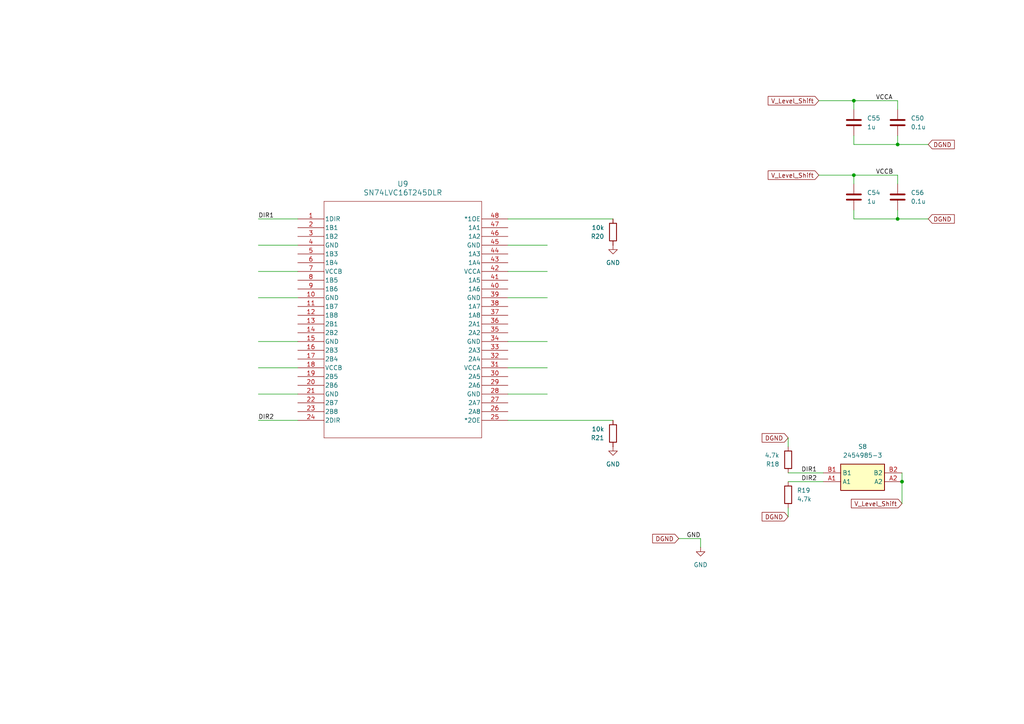
<source format=kicad_sch>
(kicad_sch (version 20231120) (generator "eeschema") (generator_version "8.0")
  (paper "A4")
  (lib_symbols
    (symbol "2_DIP:2454985-3"
      (property "Reference" "S" (at 19.05 7.62 0))
      (property "Value" "2454985-3" (at 19.05 5.08 0))
      (symbol "2454985-3_1_1"
        (rectangle (start 5.08 2.54) (end 17.78 -5.08) (stroke (width 0.254)) (fill (type background)))
        (pin passive line (at 0 -2.54 0) (length 5.08) (name "A1") (number "A1"))
        (pin passive line (at 22.86 -2.54 180) (length 5.08) (name "A2") (number "A2"))
        (pin passive line (at 0 0 0) (length 5.08) (name "B1") (number "B1"))
        (pin passive line (at 22.86 0 180) (length 5.08) (name "B2") (number "B2"))
      )
    )
    (symbol "AVLSI:SN74LVC16T245DLR" (pin_names (offset 0.254))
      (property "Reference" "U" (at 30.48 10.16 0))
      (property "Value" "SN74LVC16T245DLR" (at 30.48 7.62 0))
      (symbol "SN74LVC16T245DLR_0_1"
        (polyline (pts (xy 7.62 -63.5) (xy 53.34 -63.5)) (stroke (width 0.127)))
        (polyline (pts (xy 7.62 5.08) (xy 7.62 -63.5)) (stroke (width 0.127)))
        (polyline (pts (xy 53.34 -63.5) (xy 53.34 5.08)) (stroke (width 0.127)))
        (polyline (pts (xy 53.34 5.08) (xy 7.62 5.08)) (stroke (width 0.127)))
        (pin input line (at 0 0 0) (length 7.62) (name "1DIR") (number "1"))
        (pin power_in line (at 0 -22.86 0) (length 7.62) (name "GND") (number "10"))
        (pin bidirectional line (at 0 -25.4 0) (length 7.62) (name "1B7") (number "11"))
        (pin bidirectional line (at 0 -27.94 0) (length 7.62) (name "1B8") (number "12"))
        (pin bidirectional line (at 0 -30.48 0) (length 7.62) (name "2B1") (number "13"))
        (pin bidirectional line (at 0 -33.02 0) (length 7.62) (name "2B2") (number "14"))
        (pin power_in line (at 0 -35.56 0) (length 7.62) (name "GND") (number "15"))
        (pin bidirectional line (at 0 -38.1 0) (length 7.62) (name "2B3") (number "16"))
        (pin bidirectional line (at 0 -40.64 0) (length 7.62) (name "2B4") (number "17"))
        (pin power_in line (at 0 -43.18 0) (length 7.62) (name "VCCB") (number "18"))
        (pin bidirectional line (at 0 -45.72 0) (length 7.62) (name "2B5") (number "19"))
        (pin bidirectional line (at 0 -2.54 0) (length 7.62) (name "1B1") (number "2"))
        (pin bidirectional line (at 0 -48.26 0) (length 7.62) (name "2B6") (number "20"))
        (pin power_in line (at 0 -50.8 0) (length 7.62) (name "GND") (number "21"))
        (pin bidirectional line (at 0 -53.34 0) (length 7.62) (name "2B7") (number "22"))
        (pin bidirectional line (at 0 -55.88 0) (length 7.62) (name "2B8") (number "23"))
        (pin input line (at 0 -58.42 0) (length 7.62) (name "2DIR") (number "24"))
        (pin input line (at 60.96 -58.42 180) (length 7.62) (name "*2OE") (number "25"))
        (pin bidirectional line (at 60.96 -55.88 180) (length 7.62) (name "2A8") (number "26"))
        (pin bidirectional line (at 60.96 -53.34 180) (length 7.62) (name "2A7") (number "27"))
        (pin power_in line (at 60.96 -50.8 180) (length 7.62) (name "GND") (number "28"))
        (pin bidirectional line (at 60.96 -48.26 180) (length 7.62) (name "2A6") (number "29"))
        (pin bidirectional line (at 0 -5.08 0) (length 7.62) (name "1B2") (number "3"))
        (pin bidirectional line (at 60.96 -45.72 180) (length 7.62) (name "2A5") (number "30"))
        (pin power_in line (at 60.96 -43.18 180) (length 7.62) (name "VCCA") (number "31"))
        (pin bidirectional line (at 60.96 -40.64 180) (length 7.62) (name "2A4") (number "32"))
        (pin bidirectional line (at 60.96 -38.1 180) (length 7.62) (name "2A3") (number "33"))
        (pin power_in line (at 60.96 -35.56 180) (length 7.62) (name "GND") (number "34"))
        (pin bidirectional line (at 60.96 -33.02 180) (length 7.62) (name "2A2") (number "35"))
        (pin bidirectional line (at 60.96 -30.48 180) (length 7.62) (name "2A1") (number "36"))
        (pin bidirectional line (at 60.96 -27.94 180) (length 7.62) (name "1A8") (number "37"))
        (pin bidirectional line (at 60.96 -25.4 180) (length 7.62) (name "1A7") (number "38"))
        (pin power_in line (at 60.96 -22.86 180) (length 7.62) (name "GND") (number "39"))
        (pin power_in line (at 0 -7.62 0) (length 7.62) (name "GND") (number "4"))
        (pin bidirectional line (at 60.96 -20.32 180) (length 7.62) (name "1A6") (number "40"))
        (pin bidirectional line (at 60.96 -17.78 180) (length 7.62) (name "1A5") (number "41"))
        (pin power_in line (at 60.96 -15.24 180) (length 7.62) (name "VCCA") (number "42"))
        (pin bidirectional line (at 60.96 -12.7 180) (length 7.62) (name "1A4") (number "43"))
        (pin bidirectional line (at 60.96 -10.16 180) (length 7.62) (name "1A3") (number "44"))
        (pin power_in line (at 60.96 -7.62 180) (length 7.62) (name "GND") (number "45"))
        (pin bidirectional line (at 60.96 -5.08 180) (length 7.62) (name "1A2") (number "46"))
        (pin bidirectional line (at 60.96 -2.54 180) (length 7.62) (name "1A1") (number "47"))
        (pin input line (at 60.96 0 180) (length 7.62) (name "*1OE") (number "48"))
        (pin bidirectional line (at 0 -10.16 0) (length 7.62) (name "1B3") (number "5"))
        (pin bidirectional line (at 0 -12.7 0) (length 7.62) (name "1B4") (number "6"))
        (pin power_in line (at 0 -15.24 0) (length 7.62) (name "VCCB") (number "7"))
        (pin bidirectional line (at 0 -17.78 0) (length 7.62) (name "1B5") (number "8"))
        (pin bidirectional line (at 0 -20.32 0) (length 7.62) (name "1B6") (number "9"))
      )
    )
    (symbol "Device:C" (pin_numbers hide) (pin_names (offset 0.254))
      (property "Reference" "C" (at 0.635 2.54 0))
      (property "Value" "C" (at 0.635 -2.54 0))
      (symbol "C_0_1"
        (polyline (pts (xy -2.032 -0.762) (xy 2.032 -0.762)) (stroke (width 0.508)))
        (polyline (pts (xy -2.032 0.762) (xy 2.032 0.762)) (stroke (width 0.508)))
      )
      (symbol "C_1_1"
        (pin passive line (at 0 3.81 270) (length 2.794) (name "~") (number "1"))
        (pin passive line (at 0 -3.81 90) (length 2.794) (name "~") (number "2"))
      )
    )
    (symbol "Device:R" (pin_numbers hide) (pin_names (offset 0))
      (property "Reference" "R" (at 2.032 0 90))
      (property "Value" "R" (at 0 0 90))
      (symbol "R_0_1"
        (rectangle (start -1.016 -2.54) (end 1.016 2.54) (stroke (width 0.254)))
      )
      (symbol "R_1_1"
        (pin passive line (at 0 3.81 270) (length 1.27) (name "~") (number "1"))
        (pin passive line (at 0 -3.81 90) (length 1.27) (name "~") (number "2"))
      )
    )
    (symbol "power:GND" (power) (pin_numbers hide) (pin_names (offset 0) hide)
      (property "Value" "GND" (at 0 -3.81 0))
      (symbol "GND_0_1"
        (polyline (pts (xy 0 0) (xy 0 -1.27) (xy 1.27 -1.27) (xy 0 -2.54) (xy -1.27 -1.27) (xy 0 -1.27)))
      )
      (symbol "GND_1_1"
        (pin power_in line (at 0 0 270) (length 0) (name "~") (number "1"))
      )
    )
  )
  (junction (at 260.35 63.5))
  (junction (at 247.65 29.21))
  (junction (at 261.62 139.7))
  (junction (at 260.35 41.91))
  (junction (at 247.65 50.8))
  (wire (pts (xy 247.65 50.8) (xy 260.35 50.8)))
  (wire (pts (xy 228.6 147.32) (xy 228.6 149.86)))
  (wire (pts (xy 203.2 156.21) (xy 203.2 158.75)))
  (wire (pts (xy 247.65 29.21) (xy 247.65 31.75)))
  (wire (pts (xy 147.32 78.74) (xy 158.75 78.74)))
  (wire (pts (xy 74.93 78.74) (xy 86.36 78.74)))
  (wire (pts (xy 74.93 63.5) (xy 86.36 63.5)))
  (wire (pts (xy 147.32 86.36) (xy 158.75 86.36)))
  (wire (pts (xy 228.6 137.16) (xy 238.76 137.16)))
  (wire (pts (xy 260.35 50.8) (xy 260.35 53.34)))
  (wire (pts (xy 147.32 106.68) (xy 158.75 106.68)))
  (wire (pts (xy 247.65 50.8) (xy 247.65 53.34)))
  (wire (pts (xy 228.6 129.54) (xy 228.6 127)))
  (wire (pts (xy 260.35 60.96) (xy 260.35 63.5)))
  (wire (pts (xy 237.49 50.8) (xy 247.65 50.8)))
  (wire (pts (xy 228.6 139.7) (xy 238.76 139.7)))
  (wire (pts (xy 74.93 99.06) (xy 86.36 99.06)))
  (wire (pts (xy 260.35 63.5) (xy 269.24 63.5)))
  (wire (pts (xy 74.93 71.12) (xy 86.36 71.12)))
  (wire (pts (xy 147.32 63.5) (xy 177.8 63.5)))
  (wire (pts (xy 147.32 71.12) (xy 158.75 71.12)))
  (wire (pts (xy 260.35 39.37) (xy 260.35 41.91)))
  (wire (pts (xy 74.93 114.3) (xy 86.36 114.3)))
  (wire (pts (xy 247.65 29.21) (xy 260.35 29.21)))
  (wire (pts (xy 247.65 63.5) (xy 260.35 63.5)))
  (wire (pts (xy 147.32 121.92) (xy 177.8 121.92)))
  (wire (pts (xy 261.62 137.16) (xy 261.62 139.7)))
  (wire (pts (xy 247.65 39.37) (xy 247.65 41.91)))
  (wire (pts (xy 74.93 121.92) (xy 86.36 121.92)))
  (wire (pts (xy 261.62 139.7) (xy 261.62 146.05)))
  (wire (pts (xy 74.93 106.68) (xy 86.36 106.68)))
  (wire (pts (xy 237.49 29.21) (xy 247.65 29.21)))
  (wire (pts (xy 196.85 156.21) (xy 203.2 156.21)))
  (wire (pts (xy 247.65 60.96) (xy 247.65 63.5)))
  (wire (pts (xy 74.93 86.36) (xy 86.36 86.36)))
  (wire (pts (xy 260.35 41.91) (xy 269.24 41.91)))
  (wire (pts (xy 247.65 41.91) (xy 260.35 41.91)))
  (wire (pts (xy 260.35 29.21) (xy 260.35 31.75)))
  (wire (pts (xy 147.32 99.06) (xy 158.75 99.06)))
  (wire (pts (xy 147.32 114.3) (xy 158.75 114.3)))
  (label "DIR1" (at 232.41 137.16 0))
  (label "DIR1" (at 74.93 63.5 0))
  (label "GND" (at 203.2 156.21 180))
  (label "VCCB" (at 254 50.8 0))
  (label "DIR2" (at 232.41 139.7 0))
  (label "DIR2" (at 74.93 121.92 0))
  (label "VCCA" (at 254 29.21 0))
  (global_label "V_Level_Shift" (shape input) (at 237.49 50.8 180) (property "Intersheetrefs" "${INTERSHEET_REFS}" (effects (hide yes))))
  (global_label "V_Level_Shift" (shape input) (at 261.62 146.05 180) (property "Intersheetrefs" "${INTERSHEET_REFS}" (effects (hide yes))))
  (global_label "DGND" (shape input) (at 196.85 156.21 180) (property "Intersheetrefs" "${INTERSHEET_REFS}" (effects (hide yes))))
  (global_label "DGND" (shape input) (at 269.24 41.91 0) (property "Intersheetrefs" "${INTERSHEET_REFS}" (effects (hide yes))))
  (global_label "DGND" (shape input) (at 269.24 63.5 0) (property "Intersheetrefs" "${INTERSHEET_REFS}" (effects (hide yes))))
  (global_label "V_Level_Shift" (shape input) (at 237.49 29.21 180) (property "Intersheetrefs" "${INTERSHEET_REFS}" (effects (hide yes))))
  (global_label "DGND" (shape input) (at 228.6 127 180) (property "Intersheetrefs" "${INTERSHEET_REFS}" (effects (hide yes))))
  (global_label "DGND" (shape input) (at 228.6 149.86 180) (property "Intersheetrefs" "${INTERSHEET_REFS}" (effects (hide yes))))
  (symbol (lib_id "power:GND") (at 177.8 71.12 0) (unit 1)
    (property "Reference" "#PWR01" (effects (hide yes)))
    (property "Value" "GND" (at 177.8 76.2 0))
    (property "Description" "Power symbol creates a global label with name \"GND\" , ground" (effects (hide yes)))
  )
  (symbol (lib_id "Device:C") (at 260.35 35.56 0) (unit 1)
    (property "Reference" "C50" (at 264.16 34.2899 0) (effects (justify left)))
    (property "Value" "0.1u" (at 264.16 36.8299 0) (effects (justify left)))
    (property "Footprint" "Capacitor_SMD:C_0805_2012Metric" (effects (hide yes)))
    (property "Description" "Unpolarized capacitor" (effects (hide yes)))
  )
  (symbol (lib_id "Device:C") (at 247.65 57.15 0) (unit 1)
    (property "Reference" "C54" (at 251.46 55.8799 0) (effects (justify left)))
    (property "Value" "1u" (at 251.46 58.4199 0) (effects (justify left)))
    (property "Footprint" "Capacitor_SMD:C_0805_2012Metric" (effects (hide yes)))
    (property "Description" "Unpolarized capacitor" (effects (hide yes)))
  )
  (symbol (lib_id "Device:R") (at 228.6 133.35 180) (unit 1)
    (property "Reference" "R18" (at 226.06 134.6201 0) (effects (justify left)))
    (property "Value" "4.7k" (at 226.06 132.0801 0) (effects (justify left)))
    (property "Footprint" "Resistor_SMD:R_0201_0603Metric" (effects (hide yes)))
    (property "Description" "Resistor" (effects (hide yes)))
  )
  (symbol (lib_id "AVLSI:SN74LVC16T245DLR") (at 86.36 63.5 0) (unit 1)
    (property "Reference" "U9" (at 116.84 53.34 0) (effects (font (size 1.524 1.524))))
    (property "Value" "SN74LVC16T245DLR" (at 116.84 55.88 0) (effects (font (size 1.524 1.524))))
    (property "Footprint" "avlsi:DL48" (effects (hide yes)))
    (property "Datasheet" "SN74LVC16T245DLR" (effects (hide yes)))
  )
  (symbol (lib_id "Device:C") (at 260.35 57.15 0) (unit 1)
    (property "Reference" "C56" (at 264.16 55.8799 0) (effects (justify left)))
    (property "Value" "0.1u" (at 264.16 58.4199 0) (effects (justify left)))
    (property "Footprint" "Capacitor_SMD:C_0805_2012Metric" (effects (hide yes)))
    (property "Description" "Unpolarized capacitor" (effects (hide yes)))
  )
  (symbol (lib_id "Device:C") (at 247.65 35.56 0) (unit 1)
    (property "Reference" "C55" (at 251.46 34.2899 0) (effects (justify left)))
    (property "Value" "1u" (at 251.46 36.8299 0) (effects (justify left)))
    (property "Footprint" "Capacitor_SMD:C_0805_2012Metric" (effects (hide yes)))
    (property "Description" "Unpolarized capacitor" (effects (hide yes)))
  )
  (symbol (lib_id "2_DIP:2454985-3") (at 238.76 137.16 0) (unit 1)
    (property "Reference" "S8" (at 250.19 129.54 0))
    (property "Value" "2454985-3" (at 250.19 132.08 0))
    (property "Footprint" "24549853" (effects (hide yes)))
    (property "Datasheet" "https://www.mouser.com/datasheet/2/418/3/NG_CS_1308111-1_SWITCHES_CORE_PROGRAM_CATALOG_0308-1234788.pdf" (effects (hide yes)))
    (property "Description" "DIP & SIP Switches, Switch, Gold Flash, Black Housing, PA9T, Auto-Insertable, 2 Switch, -40  85 C, DIP Switch, Alcoswitch DIP ADE" (effects (hide yes)))
    (property "Height" "4.85" (effects (hide yes)))
    (property "Manufacturer_Name" "TE Connectivity" (effects (hide yes)))
    (property "Manufacturer_Part_Number" "2454985-3" (effects (hide yes)))
    (property "Arrow Part Number" "2454985-3" (effects (hide yes)))
    (property "Arrow Price/Stock" "https://www.arrow.com/en/products/2454985-3/te-connectivity?region=nac" (effects (hide yes)))
  )
  (symbol (lib_id "Device:R") (at 177.8 125.73 180) (unit 1)
    (property "Reference" "R21" (at 175.26 127.0001 0) (effects (justify left)))
    (property "Value" "10k" (at 175.26 124.4601 0) (effects (justify left)))
    (property "Footprint" "Resistor_SMD:R_0805_2012Metric" (effects (hide yes)))
    (property "Description" "Resistor" (effects (hide yes)))
  )
  (symbol (lib_id "Device:R") (at 177.8 67.31 180) (unit 1)
    (property "Reference" "R20" (at 175.26 68.5801 0) (effects (justify left)))
    (property "Value" "10k" (at 175.26 66.0401 0) (effects (justify left)))
    (property "Footprint" "Resistor_SMD:R_0805_2012Metric" (effects (hide yes)))
    (property "Description" "Resistor" (effects (hide yes)))
  )
  (symbol (lib_id "power:GND") (at 177.8 129.54 0) (unit 1)
    (property "Reference" "#PWR03" (effects (hide yes)))
    (property "Value" "GND" (at 177.8 134.62 0))
    (property "Description" "Power symbol creates a global label with name \"GND\" , ground" (effects (hide yes)))
  )
  (symbol (lib_id "power:GND") (at 203.2 158.75 0) (unit 1)
    (property "Reference" "#PWR02" (effects (hide yes)))
    (property "Value" "GND" (at 203.2 163.83 0))
    (property "Description" "Power symbol creates a global label with name \"GND\" , ground" (effects (hide yes)))
  )
  (symbol (lib_id "Device:R") (at 228.6 143.51 0) (unit 1)
    (property "Reference" "R19" (at 231.14 142.2399 0) (effects (justify left)))
    (property "Value" "4.7k" (at 231.14 144.7799 0) (effects (justify left)))
    (property "Footprint" "Resistor_SMD:R_0201_0603Metric" (effects (hide yes)))
    (property "Description" "Resistor" (effects (hide yes)))
  )
)
</source>
